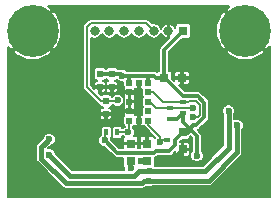
<source format=gbl>
G04 #@! TF.FileFunction,Copper,L2,Bot,Signal*
%FSLAX46Y46*%
G04 Gerber Fmt 4.6, Leading zero omitted, Abs format (unit mm)*
G04 Created by KiCad (PCBNEW 4.0.1-stable) date 2016 September 01, Thursday 02:04:04*
%MOMM*%
G01*
G04 APERTURE LIST*
%ADD10C,0.100000*%
%ADD11R,0.750000X0.800000*%
%ADD12C,4.400000*%
%ADD13R,0.500000X0.600000*%
%ADD14R,0.800000X0.750000*%
%ADD15R,0.797560X0.797560*%
%ADD16R,0.600000X0.400000*%
%ADD17R,0.400000X0.600000*%
%ADD18R,0.800000X0.800000*%
%ADD19O,0.800000X0.800000*%
%ADD20R,0.500000X0.500000*%
%ADD21C,0.600000*%
%ADD22C,0.300000*%
%ADD23C,0.400000*%
%ADD24C,0.160000*%
G04 APERTURE END LIST*
D10*
D11*
X53700000Y-52550000D03*
X53700000Y-54050000D03*
D12*
X59000000Y-44000000D03*
X41000000Y-44000000D03*
D13*
X47700000Y-47650000D03*
X47700000Y-48750000D03*
X47200000Y-49950000D03*
X47200000Y-51050000D03*
X46700000Y-47650000D03*
X46700000Y-48750000D03*
D14*
X52150000Y-48000000D03*
X53650000Y-48000000D03*
D15*
X49300000Y-55049300D03*
X49300000Y-53550700D03*
X50700000Y-55049300D03*
X50700000Y-53550700D03*
D16*
X52400000Y-54150000D03*
X52400000Y-53250000D03*
X53700000Y-50950000D03*
X53700000Y-50050000D03*
X52600000Y-51450000D03*
X52600000Y-50550000D03*
D17*
X47250000Y-52600000D03*
X48150000Y-52600000D03*
D18*
X53750000Y-44000000D03*
D19*
X52500000Y-44000000D03*
X51250000Y-44000000D03*
X50000000Y-44000000D03*
X48750000Y-44000000D03*
X47500000Y-44000000D03*
X46250000Y-44000000D03*
D20*
X49200000Y-48400000D03*
X49200000Y-49200000D03*
X49200000Y-50000000D03*
X49200000Y-51600000D03*
X49200000Y-50800000D03*
X50000000Y-51600000D03*
X50800000Y-48400000D03*
X50800000Y-49200000D03*
X50800000Y-50000000D03*
X50800000Y-50800000D03*
X50800000Y-51600000D03*
X50000000Y-48400000D03*
D21*
X48600000Y-47800000D03*
X47100000Y-53285000D03*
X54300000Y-52300000D03*
X54919989Y-54585286D03*
X46600000Y-55375000D03*
X50000000Y-50800000D03*
X50000000Y-49200000D03*
X59400000Y-52600000D03*
X40600000Y-52600000D03*
X44600000Y-51975000D03*
X55540010Y-53208126D03*
X53318842Y-54618842D03*
X48200000Y-49900000D03*
X57600000Y-50800000D03*
X50900000Y-55908082D03*
X42400000Y-54500000D03*
X58300000Y-52000000D03*
X50874998Y-56700000D03*
X42400000Y-53200000D03*
X49300000Y-55600000D03*
X50159157Y-55059157D03*
X51769989Y-53408833D03*
X54599979Y-51260001D03*
X54599979Y-50500000D03*
X49100000Y-52600000D03*
D22*
X52150000Y-48000000D02*
X52175000Y-48000000D01*
X52175000Y-48000000D02*
X53714999Y-49539999D01*
X54990736Y-49539999D02*
X55529990Y-50079252D01*
X54835800Y-52000001D02*
X54599999Y-52000001D01*
X53714999Y-49539999D02*
X54990736Y-49539999D01*
X55529990Y-50079252D02*
X55529990Y-51305811D01*
X55529990Y-51305811D02*
X54835800Y-52000001D01*
X54599999Y-52000001D02*
X54300000Y-52300000D01*
X52150000Y-48000000D02*
X52150000Y-45600000D01*
X52150000Y-45600000D02*
X53750000Y-44000000D01*
X52150000Y-48000000D02*
X51450000Y-48000000D01*
X51450000Y-48000000D02*
X51250000Y-47800000D01*
X51250000Y-47800000D02*
X50800000Y-47800000D01*
X54919989Y-54585286D02*
X54919989Y-52919989D01*
X54919989Y-52919989D02*
X54300000Y-52300000D01*
X52400000Y-54150000D02*
X51456262Y-54150000D01*
X51456262Y-54150000D02*
X51265743Y-54340519D01*
X51265743Y-54340519D02*
X48155519Y-54340519D01*
X53700000Y-52550000D02*
X53700000Y-52575000D01*
X53700000Y-52575000D02*
X53014999Y-53260001D01*
X52558002Y-54150000D02*
X52400000Y-54150000D01*
X53014999Y-53260001D02*
X53014999Y-53693003D01*
X53014999Y-53693003D02*
X52558002Y-54150000D01*
D23*
X53700000Y-52550000D02*
X54050000Y-52550000D01*
X54050000Y-52550000D02*
X54300000Y-52300000D01*
D24*
X47100000Y-53285000D02*
X47100000Y-52750000D01*
X47100000Y-52750000D02*
X47250000Y-52600000D01*
D22*
X53700000Y-50950000D02*
X53700000Y-51700000D01*
X53700000Y-51700000D02*
X54300000Y-52300000D01*
X52600000Y-51450000D02*
X53200000Y-51450000D01*
X53200000Y-51450000D02*
X53700000Y-50950000D01*
X50800000Y-48400000D02*
X50800000Y-47850000D01*
X50800000Y-47850000D02*
X50800000Y-47800000D01*
X49200000Y-47800000D02*
X50800000Y-47800000D01*
X48600000Y-47800000D02*
X49200000Y-47800000D01*
X49200000Y-48400000D02*
X49200000Y-47800000D01*
X47700000Y-47650000D02*
X48450000Y-47650000D01*
X48450000Y-47650000D02*
X48600000Y-47800000D01*
X46700000Y-47650000D02*
X47700000Y-47650000D01*
X48155519Y-54340519D02*
X47100000Y-53285000D01*
D24*
X48800000Y-49200000D02*
X48740001Y-49259999D01*
X48740001Y-49259999D02*
X48740001Y-50750001D01*
X48740001Y-50750001D02*
X48790000Y-50800000D01*
X48790000Y-50800000D02*
X49200000Y-50800000D01*
D22*
X48800000Y-49200000D02*
X48650000Y-49200000D01*
X49200000Y-49200000D02*
X48800000Y-49200000D01*
D23*
X49200000Y-50800000D02*
X50000000Y-50800000D01*
X49200000Y-49200000D02*
X50000000Y-49200000D01*
X55540010Y-53208126D02*
X55840009Y-53508125D01*
X53945287Y-55245287D02*
X53318842Y-54618842D01*
X55840009Y-53508125D02*
X55840009Y-54642068D01*
X55840009Y-54642068D02*
X55236790Y-55245287D01*
X55236790Y-55245287D02*
X53945287Y-55245287D01*
D22*
X53318842Y-54618842D02*
X53318842Y-54431158D01*
X53318842Y-54431158D02*
X53700000Y-54050000D01*
D24*
X53387684Y-54550000D02*
X53318842Y-54618842D01*
X49300000Y-53550700D02*
X50700000Y-53550700D01*
X47200000Y-51050000D02*
X47200000Y-51510000D01*
X47200000Y-51510000D02*
X47709999Y-52019999D01*
X47709999Y-52019999D02*
X47709999Y-53092001D01*
X47709999Y-53092001D02*
X48168698Y-53550700D01*
X48168698Y-53550700D02*
X48741220Y-53550700D01*
X48741220Y-53550700D02*
X49300000Y-53550700D01*
D22*
X48000000Y-48750000D02*
X47700000Y-48750000D01*
X48650000Y-49200000D02*
X48200000Y-48750000D01*
X48200000Y-48750000D02*
X48000000Y-48750000D01*
X46700000Y-48750000D02*
X47700000Y-48750000D01*
D24*
X50000000Y-48400000D02*
X50000000Y-48810000D01*
X49200000Y-49200000D02*
X49200000Y-50000000D01*
X50000000Y-48810000D02*
X49610000Y-49200000D01*
X49200000Y-50000000D02*
X49200000Y-50800000D01*
X49200000Y-50800000D02*
X49610000Y-50800000D01*
X49610000Y-50800000D02*
X50000000Y-51190000D01*
X49610000Y-49200000D02*
X49200000Y-49200000D01*
X50000000Y-51190000D02*
X50000000Y-51600000D01*
X47200000Y-49950000D02*
X48150000Y-49950000D01*
X48150000Y-49950000D02*
X48200000Y-49900000D01*
X47200000Y-49950000D02*
X46790000Y-49950000D01*
X46790000Y-49950000D02*
X45609999Y-48769999D01*
X45609999Y-48769999D02*
X45609999Y-43692799D01*
X45609999Y-43692799D02*
X45942799Y-43359999D01*
X45942799Y-43359999D02*
X50609999Y-43359999D01*
X50609999Y-43359999D02*
X50850001Y-43600001D01*
X50850001Y-43600001D02*
X51250000Y-44000000D01*
D23*
X57600000Y-50800000D02*
X57600000Y-53900000D01*
X57600000Y-53900000D02*
X55591918Y-55908082D01*
X50900000Y-55908082D02*
X55591918Y-55908082D01*
X42400000Y-54500000D02*
X44160001Y-56260001D01*
X44160001Y-56260001D02*
X49616801Y-56260001D01*
X49616801Y-56260001D02*
X49968720Y-55908082D01*
X50475736Y-55908082D02*
X50900000Y-55908082D01*
X49968720Y-55908082D02*
X50475736Y-55908082D01*
X43823198Y-56900000D02*
X50250734Y-56900000D01*
X50250734Y-56900000D02*
X50450734Y-56700000D01*
X50450734Y-56700000D02*
X50874998Y-56700000D01*
X42400000Y-53200000D02*
X41739999Y-53860001D01*
X41739999Y-54816801D02*
X43823198Y-56900000D01*
X42100001Y-53499999D02*
X42400000Y-53200000D01*
X41739999Y-54816801D02*
X41739999Y-53860001D01*
X41739999Y-53860001D02*
X42100001Y-53499999D01*
X50874998Y-56700000D02*
X55900000Y-56700000D01*
X58300000Y-52000000D02*
X58300000Y-54300000D01*
X58300000Y-54300000D02*
X55900000Y-56700000D01*
D24*
X49300000Y-55600000D02*
X49300000Y-55049300D01*
X50700000Y-55049300D02*
X50169014Y-55049300D01*
X50169014Y-55049300D02*
X50159157Y-55059157D01*
X51769989Y-53408833D02*
X51769989Y-52979989D01*
X51769989Y-52979989D02*
X50800000Y-52010000D01*
X50800000Y-52010000D02*
X50800000Y-51600000D01*
X52400000Y-53250000D02*
X51928822Y-53250000D01*
X51928822Y-53250000D02*
X51769989Y-53408833D01*
X54859180Y-49959999D02*
X54250001Y-49959999D01*
X54160000Y-50050000D02*
X53700000Y-50050000D01*
X54250001Y-49959999D02*
X54160000Y-50050000D01*
X52060000Y-50050000D02*
X53700000Y-50050000D01*
X54859180Y-49959999D02*
X55139980Y-50240799D01*
X52060000Y-50050000D02*
X51210000Y-49200000D01*
X51210000Y-49200000D02*
X50800000Y-49200000D01*
X55139980Y-50240799D02*
X55139980Y-51144264D01*
X55139980Y-51144264D02*
X55024243Y-51260001D01*
X55024243Y-51260001D02*
X54599979Y-51260001D01*
X52600000Y-50550000D02*
X53060000Y-50550000D01*
X53060000Y-50550000D02*
X53110000Y-50500000D01*
X53110000Y-50500000D02*
X54175715Y-50500000D01*
X54175715Y-50500000D02*
X54599979Y-50500000D01*
X52600000Y-50550000D02*
X51482002Y-50550000D01*
X51482002Y-50550000D02*
X50932002Y-50000000D01*
X50932002Y-50000000D02*
X50800000Y-50000000D01*
X48150000Y-52600000D02*
X49100000Y-52600000D01*
X49200000Y-51600000D02*
X49200000Y-52500000D01*
X49200000Y-52500000D02*
X49100000Y-52600000D01*
G36*
X57640957Y-41916215D02*
X57594917Y-41946978D01*
X57333496Y-42234501D01*
X59000000Y-43901005D01*
X59014142Y-43886863D01*
X59113137Y-43985858D01*
X59098995Y-44000000D01*
X60765499Y-45666504D01*
X61053022Y-45405083D01*
X61090000Y-45318547D01*
X61090000Y-58090000D01*
X38910000Y-58090000D01*
X38910000Y-53860001D01*
X41279999Y-53860001D01*
X41279999Y-54816801D01*
X41315014Y-54992836D01*
X41414730Y-55142070D01*
X43497929Y-57225269D01*
X43647164Y-57324985D01*
X43823198Y-57360000D01*
X50250734Y-57360000D01*
X50426769Y-57324985D01*
X50576003Y-57225269D01*
X50606431Y-57194841D01*
X50763118Y-57259903D01*
X50985900Y-57260097D01*
X51191798Y-57175022D01*
X51206846Y-57160000D01*
X55900000Y-57160000D01*
X56076035Y-57124985D01*
X56225269Y-57025269D01*
X58625269Y-54625269D01*
X58724985Y-54476035D01*
X58760000Y-54300000D01*
X58760000Y-52332072D01*
X58774468Y-52317629D01*
X58859903Y-52111880D01*
X58860097Y-51889098D01*
X58775022Y-51683200D01*
X58617629Y-51525532D01*
X58411880Y-51440097D01*
X58189098Y-51439903D01*
X58060000Y-51493245D01*
X58060000Y-51132072D01*
X58074468Y-51117629D01*
X58159903Y-50911880D01*
X58160097Y-50689098D01*
X58075022Y-50483200D01*
X57917629Y-50325532D01*
X57711880Y-50240097D01*
X57489098Y-50239903D01*
X57283200Y-50324978D01*
X57125532Y-50482371D01*
X57040097Y-50688120D01*
X57039903Y-50910902D01*
X57124978Y-51116800D01*
X57140000Y-51131848D01*
X57140000Y-53709462D01*
X55401380Y-55448082D01*
X51363873Y-55448082D01*
X51363873Y-54731000D01*
X51422644Y-54719310D01*
X51555657Y-54630433D01*
X51626090Y-54560000D01*
X51946800Y-54560000D01*
X51996864Y-54594207D01*
X52100000Y-54615093D01*
X52700000Y-54615093D01*
X52796350Y-54596964D01*
X52884842Y-54540021D01*
X52944207Y-54453136D01*
X52965093Y-54350000D01*
X52965093Y-54322737D01*
X53085000Y-54202830D01*
X53085000Y-54497739D01*
X53121538Y-54585949D01*
X53189051Y-54653462D01*
X53277261Y-54690000D01*
X53570000Y-54690000D01*
X53630000Y-54630000D01*
X53630000Y-54120000D01*
X53770000Y-54120000D01*
X53770000Y-54630000D01*
X53830000Y-54690000D01*
X54122739Y-54690000D01*
X54210949Y-54653462D01*
X54278462Y-54585949D01*
X54315000Y-54497739D01*
X54315000Y-54180000D01*
X54255000Y-54120000D01*
X53770000Y-54120000D01*
X53630000Y-54120000D01*
X53610000Y-54120000D01*
X53610000Y-53980000D01*
X53630000Y-53980000D01*
X53630000Y-53470000D01*
X53770000Y-53470000D01*
X53770000Y-53980000D01*
X54255000Y-53980000D01*
X54315000Y-53920000D01*
X54315000Y-53602261D01*
X54278462Y-53514051D01*
X54210949Y-53446538D01*
X54122739Y-53410000D01*
X53830000Y-53410000D01*
X53770000Y-53470000D01*
X53630000Y-53470000D01*
X53570000Y-53410000D01*
X53444828Y-53410000D01*
X53639735Y-53215093D01*
X54075000Y-53215093D01*
X54171350Y-53196964D01*
X54259842Y-53140021D01*
X54319207Y-53053136D01*
X54340093Y-52950000D01*
X54340093Y-52919921D01*
X54509989Y-53089817D01*
X54509989Y-54203301D01*
X54445521Y-54267657D01*
X54360086Y-54473406D01*
X54359892Y-54696188D01*
X54444967Y-54902086D01*
X54602360Y-55059754D01*
X54808109Y-55145189D01*
X55030891Y-55145383D01*
X55236789Y-55060308D01*
X55394457Y-54902915D01*
X55479892Y-54697166D01*
X55480086Y-54474384D01*
X55395011Y-54268486D01*
X55329989Y-54203350D01*
X55329989Y-52919989D01*
X55322506Y-52882371D01*
X55298780Y-52763088D01*
X55209903Y-52630075D01*
X54964274Y-52384446D01*
X54992701Y-52378792D01*
X55125714Y-52289915D01*
X55819904Y-51595725D01*
X55908781Y-51462712D01*
X55939990Y-51305811D01*
X55939990Y-50079257D01*
X55939991Y-50079252D01*
X55908781Y-49922351D01*
X55819904Y-49789338D01*
X55280650Y-49250085D01*
X55147636Y-49161208D01*
X54990736Y-49129999D01*
X53884826Y-49129999D01*
X53369827Y-48615000D01*
X53520000Y-48615000D01*
X53580000Y-48555000D01*
X53580000Y-48070000D01*
X53720000Y-48070000D01*
X53720000Y-48555000D01*
X53780000Y-48615000D01*
X54097739Y-48615000D01*
X54185949Y-48578462D01*
X54253462Y-48510949D01*
X54290000Y-48422739D01*
X54290000Y-48130000D01*
X54230000Y-48070000D01*
X53720000Y-48070000D01*
X53580000Y-48070000D01*
X53070000Y-48070000D01*
X53010000Y-48130000D01*
X53010000Y-48255172D01*
X52815093Y-48060265D01*
X52815093Y-47625000D01*
X52806111Y-47577261D01*
X53010000Y-47577261D01*
X53010000Y-47870000D01*
X53070000Y-47930000D01*
X53580000Y-47930000D01*
X53580000Y-47445000D01*
X53720000Y-47445000D01*
X53720000Y-47930000D01*
X54230000Y-47930000D01*
X54290000Y-47870000D01*
X54290000Y-47577261D01*
X54253462Y-47489051D01*
X54185949Y-47421538D01*
X54097739Y-47385000D01*
X53780000Y-47385000D01*
X53720000Y-47445000D01*
X53580000Y-47445000D01*
X53520000Y-47385000D01*
X53202261Y-47385000D01*
X53114051Y-47421538D01*
X53046538Y-47489051D01*
X53010000Y-47577261D01*
X52806111Y-47577261D01*
X52796964Y-47528650D01*
X52740021Y-47440158D01*
X52653136Y-47380793D01*
X52560000Y-47361932D01*
X52560000Y-45769828D01*
X52564329Y-45765499D01*
X57333496Y-45765499D01*
X57594917Y-46053022D01*
X58487530Y-46434447D01*
X59458162Y-46445249D01*
X60359043Y-46083785D01*
X60405083Y-46053022D01*
X60666504Y-45765499D01*
X59000000Y-44098995D01*
X57333496Y-45765499D01*
X52564329Y-45765499D01*
X53664735Y-44665093D01*
X54150000Y-44665093D01*
X54246350Y-44646964D01*
X54334842Y-44590021D01*
X54394207Y-44503136D01*
X54403314Y-44458162D01*
X56554751Y-44458162D01*
X56916215Y-45359043D01*
X56946978Y-45405083D01*
X57234501Y-45666504D01*
X58901005Y-44000000D01*
X57234501Y-42333496D01*
X56946978Y-42594917D01*
X56565553Y-43487530D01*
X56554751Y-44458162D01*
X54403314Y-44458162D01*
X54415093Y-44400000D01*
X54415093Y-43600000D01*
X54396964Y-43503650D01*
X54340021Y-43415158D01*
X54253136Y-43355793D01*
X54150000Y-43334907D01*
X53350000Y-43334907D01*
X53253650Y-43353036D01*
X53165158Y-43409979D01*
X53105793Y-43496864D01*
X53084907Y-43600000D01*
X53084907Y-43752937D01*
X53055820Y-43682699D01*
X52892085Y-43494149D01*
X52668658Y-43382610D01*
X52570000Y-43423827D01*
X52570000Y-43930000D01*
X52590000Y-43930000D01*
X52590000Y-44070000D01*
X52570000Y-44070000D01*
X52570000Y-44576173D01*
X52586927Y-44583245D01*
X51860086Y-45310086D01*
X51771209Y-45443099D01*
X51771209Y-45443100D01*
X51740000Y-45600000D01*
X51740000Y-47361789D01*
X51653650Y-47378036D01*
X51565158Y-47434979D01*
X51522013Y-47498125D01*
X51406901Y-47421209D01*
X51250000Y-47390000D01*
X48981985Y-47390000D01*
X48917629Y-47325532D01*
X48711880Y-47240097D01*
X48489098Y-47239903D01*
X48476234Y-47245218D01*
X48450000Y-47240000D01*
X48188180Y-47240000D01*
X48140021Y-47165158D01*
X48053136Y-47105793D01*
X47950000Y-47084907D01*
X47450000Y-47084907D01*
X47353650Y-47103036D01*
X47265158Y-47159979D01*
X47210483Y-47240000D01*
X47188180Y-47240000D01*
X47140021Y-47165158D01*
X47053136Y-47105793D01*
X46950000Y-47084907D01*
X46450000Y-47084907D01*
X46353650Y-47103036D01*
X46265158Y-47159979D01*
X46205793Y-47246864D01*
X46184907Y-47350000D01*
X46184907Y-47950000D01*
X46203036Y-48046350D01*
X46259979Y-48134842D01*
X46346864Y-48194207D01*
X46424851Y-48210000D01*
X46402261Y-48210000D01*
X46314051Y-48246538D01*
X46246538Y-48314051D01*
X46210000Y-48402261D01*
X46210000Y-48620000D01*
X46270000Y-48680000D01*
X46630000Y-48680000D01*
X46630000Y-48660000D01*
X46770000Y-48660000D01*
X46770000Y-48680000D01*
X47130000Y-48680000D01*
X47190000Y-48620000D01*
X47190000Y-48402261D01*
X47153462Y-48314051D01*
X47085949Y-48246538D01*
X46997739Y-48210000D01*
X46977068Y-48210000D01*
X47046350Y-48196964D01*
X47134842Y-48140021D01*
X47189517Y-48060000D01*
X47211820Y-48060000D01*
X47259979Y-48134842D01*
X47346864Y-48194207D01*
X47424851Y-48210000D01*
X47402261Y-48210000D01*
X47314051Y-48246538D01*
X47246538Y-48314051D01*
X47210000Y-48402261D01*
X47210000Y-48620000D01*
X47270000Y-48680000D01*
X47630000Y-48680000D01*
X47630000Y-48660000D01*
X47770000Y-48660000D01*
X47770000Y-48680000D01*
X48130000Y-48680000D01*
X48190000Y-48620000D01*
X48190000Y-48402261D01*
X48153462Y-48314051D01*
X48085949Y-48246538D01*
X47997739Y-48210000D01*
X47977068Y-48210000D01*
X48046350Y-48196964D01*
X48134842Y-48140021D01*
X48140253Y-48132102D01*
X48282371Y-48274468D01*
X48488120Y-48359903D01*
X48684907Y-48360074D01*
X48684907Y-48650000D01*
X48703036Y-48746350D01*
X48746576Y-48814013D01*
X48746538Y-48814051D01*
X48710000Y-48902261D01*
X48710000Y-49070000D01*
X48770000Y-49130000D01*
X49130000Y-49130000D01*
X49130000Y-49110000D01*
X49270000Y-49110000D01*
X49270000Y-49130000D01*
X49630000Y-49130000D01*
X49690000Y-49070000D01*
X49690000Y-48902261D01*
X49681330Y-48881330D01*
X49702261Y-48890000D01*
X49870000Y-48890000D01*
X49930000Y-48830000D01*
X49930000Y-48470000D01*
X49910000Y-48470000D01*
X49910000Y-48330000D01*
X49930000Y-48330000D01*
X49930000Y-48310000D01*
X50070000Y-48310000D01*
X50070000Y-48330000D01*
X50090000Y-48330000D01*
X50090000Y-48470000D01*
X50070000Y-48470000D01*
X50070000Y-48830000D01*
X50130000Y-48890000D01*
X50297058Y-48890000D01*
X50284907Y-48950000D01*
X50284907Y-49450000D01*
X50303036Y-49546350D01*
X50337682Y-49600192D01*
X50305793Y-49646864D01*
X50284907Y-49750000D01*
X50284907Y-50250000D01*
X50303036Y-50346350D01*
X50337682Y-50400192D01*
X50305793Y-50446864D01*
X50284907Y-50550000D01*
X50284907Y-51050000D01*
X50296196Y-51110000D01*
X50130000Y-51110000D01*
X50070000Y-51170000D01*
X50070000Y-51530000D01*
X50090000Y-51530000D01*
X50090000Y-51670000D01*
X50070000Y-51670000D01*
X50070000Y-52030000D01*
X50130000Y-52090000D01*
X50297739Y-52090000D01*
X50385949Y-52053462D01*
X50386469Y-52052942D01*
X50446864Y-52094207D01*
X50478004Y-52100513D01*
X50485881Y-52140113D01*
X50559584Y-52250416D01*
X51347992Y-53038825D01*
X51322322Y-53064449D01*
X51302242Y-53015971D01*
X51234729Y-52948458D01*
X51146519Y-52911920D01*
X50830000Y-52911920D01*
X50770000Y-52971920D01*
X50770000Y-53480700D01*
X50790000Y-53480700D01*
X50790000Y-53620700D01*
X50770000Y-53620700D01*
X50770000Y-53640700D01*
X50630000Y-53640700D01*
X50630000Y-53620700D01*
X50121220Y-53620700D01*
X50061220Y-53680700D01*
X50061220Y-53930519D01*
X49938780Y-53930519D01*
X49938780Y-53680700D01*
X49878780Y-53620700D01*
X49370000Y-53620700D01*
X49370000Y-53640700D01*
X49230000Y-53640700D01*
X49230000Y-53620700D01*
X48721220Y-53620700D01*
X48661220Y-53680700D01*
X48661220Y-53930519D01*
X48325347Y-53930519D01*
X47660018Y-53265190D01*
X47660097Y-53174098D01*
X47627349Y-53094842D01*
X47634842Y-53090021D01*
X47694207Y-53003136D01*
X47699446Y-52977268D01*
X47703036Y-52996350D01*
X47759979Y-53084842D01*
X47846864Y-53144207D01*
X47950000Y-53165093D01*
X48350000Y-53165093D01*
X48446350Y-53146964D01*
X48534842Y-53090021D01*
X48594207Y-53003136D01*
X48606993Y-52940000D01*
X48648138Y-52940000D01*
X48710878Y-53002851D01*
X48697758Y-53015971D01*
X48661220Y-53104181D01*
X48661220Y-53420700D01*
X48721220Y-53480700D01*
X49230000Y-53480700D01*
X49230000Y-53460700D01*
X49370000Y-53460700D01*
X49370000Y-53480700D01*
X49878780Y-53480700D01*
X49938780Y-53420700D01*
X49938780Y-53104181D01*
X50061220Y-53104181D01*
X50061220Y-53420700D01*
X50121220Y-53480700D01*
X50630000Y-53480700D01*
X50630000Y-52971920D01*
X50570000Y-52911920D01*
X50253481Y-52911920D01*
X50165271Y-52948458D01*
X50097758Y-53015971D01*
X50061220Y-53104181D01*
X49938780Y-53104181D01*
X49902242Y-53015971D01*
X49834729Y-52948458D01*
X49746519Y-52911920D01*
X49576839Y-52911920D01*
X49659903Y-52711880D01*
X49660097Y-52489098D01*
X49575022Y-52283200D01*
X49540000Y-52248117D01*
X49540000Y-52098159D01*
X49546350Y-52096964D01*
X49614013Y-52053424D01*
X49614051Y-52053462D01*
X49702261Y-52090000D01*
X49870000Y-52090000D01*
X49930000Y-52030000D01*
X49930000Y-51670000D01*
X49910000Y-51670000D01*
X49910000Y-51530000D01*
X49930000Y-51530000D01*
X49930000Y-51170000D01*
X49870000Y-51110000D01*
X49702261Y-51110000D01*
X49681330Y-51118670D01*
X49690000Y-51097739D01*
X49690000Y-50930000D01*
X49630000Y-50870000D01*
X49270000Y-50870000D01*
X49270000Y-50890000D01*
X49130000Y-50890000D01*
X49130000Y-50870000D01*
X48770000Y-50870000D01*
X48710000Y-50930000D01*
X48710000Y-51097739D01*
X48746538Y-51185949D01*
X48747058Y-51186469D01*
X48705793Y-51246864D01*
X48684907Y-51350000D01*
X48684907Y-51850000D01*
X48703036Y-51946350D01*
X48759979Y-52034842D01*
X48846864Y-52094207D01*
X48854117Y-52095676D01*
X48783200Y-52124978D01*
X48647942Y-52260000D01*
X48607567Y-52260000D01*
X48596964Y-52203650D01*
X48540021Y-52115158D01*
X48453136Y-52055793D01*
X48350000Y-52034907D01*
X47950000Y-52034907D01*
X47853650Y-52053036D01*
X47765158Y-52109979D01*
X47705793Y-52196864D01*
X47700554Y-52222732D01*
X47696964Y-52203650D01*
X47640021Y-52115158D01*
X47553136Y-52055793D01*
X47450000Y-52034907D01*
X47050000Y-52034907D01*
X46953650Y-52053036D01*
X46865158Y-52109979D01*
X46805793Y-52196864D01*
X46784907Y-52300000D01*
X46784907Y-52624784D01*
X46764867Y-52725532D01*
X46760000Y-52750000D01*
X46760000Y-52833138D01*
X46625532Y-52967371D01*
X46540097Y-53173120D01*
X46539903Y-53395902D01*
X46624978Y-53601800D01*
X46782371Y-53759468D01*
X46988120Y-53844903D01*
X47080155Y-53844983D01*
X47865605Y-54630433D01*
X47998618Y-54719310D01*
X48155519Y-54750519D01*
X48636127Y-54750519D01*
X48636127Y-55448080D01*
X48654256Y-55544430D01*
X48711199Y-55632922D01*
X48739954Y-55652569D01*
X48739903Y-55710902D01*
X48776718Y-55800001D01*
X44350539Y-55800001D01*
X42960079Y-54409541D01*
X42960097Y-54389098D01*
X42875022Y-54183200D01*
X42717629Y-54025532D01*
X42511880Y-53940097D01*
X42310616Y-53939922D01*
X42490459Y-53760079D01*
X42510902Y-53760097D01*
X42716800Y-53675022D01*
X42874468Y-53517629D01*
X42959903Y-53311880D01*
X42960097Y-53089098D01*
X42875022Y-52883200D01*
X42717629Y-52725532D01*
X42511880Y-52640097D01*
X42289098Y-52639903D01*
X42083200Y-52724978D01*
X41925532Y-52882371D01*
X41840097Y-53088120D01*
X41840078Y-53109384D01*
X41414730Y-53534732D01*
X41315014Y-53683966D01*
X41299894Y-53759979D01*
X41279999Y-53860001D01*
X38910000Y-53860001D01*
X38910000Y-51180000D01*
X46710000Y-51180000D01*
X46710000Y-51397739D01*
X46746538Y-51485949D01*
X46814051Y-51553462D01*
X46902261Y-51590000D01*
X47070000Y-51590000D01*
X47130000Y-51530000D01*
X47130000Y-51120000D01*
X47270000Y-51120000D01*
X47270000Y-51530000D01*
X47330000Y-51590000D01*
X47497739Y-51590000D01*
X47585949Y-51553462D01*
X47653462Y-51485949D01*
X47690000Y-51397739D01*
X47690000Y-51180000D01*
X47630000Y-51120000D01*
X47270000Y-51120000D01*
X47130000Y-51120000D01*
X46770000Y-51120000D01*
X46710000Y-51180000D01*
X38910000Y-51180000D01*
X38910000Y-45765499D01*
X39333496Y-45765499D01*
X39594917Y-46053022D01*
X40487530Y-46434447D01*
X41458162Y-46445249D01*
X42359043Y-46083785D01*
X42405083Y-46053022D01*
X42666504Y-45765499D01*
X41000000Y-44098995D01*
X39333496Y-45765499D01*
X38910000Y-45765499D01*
X38910000Y-45343553D01*
X38916215Y-45359043D01*
X38946978Y-45405083D01*
X39234501Y-45666504D01*
X40901005Y-44000000D01*
X41098995Y-44000000D01*
X42765499Y-45666504D01*
X43053022Y-45405083D01*
X43434447Y-44512470D01*
X43443568Y-43692799D01*
X45269999Y-43692799D01*
X45269999Y-48769999D01*
X45295880Y-48900112D01*
X45369583Y-49010415D01*
X46549583Y-50190416D01*
X46578893Y-50210000D01*
X46659888Y-50264119D01*
X46688640Y-50269838D01*
X46703036Y-50346350D01*
X46759979Y-50434842D01*
X46846864Y-50494207D01*
X46924851Y-50510000D01*
X46902261Y-50510000D01*
X46814051Y-50546538D01*
X46746538Y-50614051D01*
X46710000Y-50702261D01*
X46710000Y-50920000D01*
X46770000Y-50980000D01*
X47130000Y-50980000D01*
X47130000Y-50960000D01*
X47270000Y-50960000D01*
X47270000Y-50980000D01*
X47630000Y-50980000D01*
X47690000Y-50920000D01*
X47690000Y-50702261D01*
X47653462Y-50614051D01*
X47585949Y-50546538D01*
X47497739Y-50510000D01*
X47477068Y-50510000D01*
X47546350Y-50496964D01*
X47634842Y-50440021D01*
X47694207Y-50353136D01*
X47706993Y-50290000D01*
X47798050Y-50290000D01*
X47882371Y-50374468D01*
X48088120Y-50459903D01*
X48310902Y-50460097D01*
X48516800Y-50375022D01*
X48674468Y-50217629D01*
X48710000Y-50132059D01*
X48710000Y-50297739D01*
X48746538Y-50385949D01*
X48760589Y-50400000D01*
X48746538Y-50414051D01*
X48710000Y-50502261D01*
X48710000Y-50670000D01*
X48770000Y-50730000D01*
X49130000Y-50730000D01*
X49130000Y-50070000D01*
X49270000Y-50070000D01*
X49270000Y-50730000D01*
X49630000Y-50730000D01*
X49690000Y-50670000D01*
X49690000Y-50502261D01*
X49653462Y-50414051D01*
X49639411Y-50400000D01*
X49653462Y-50385949D01*
X49690000Y-50297739D01*
X49690000Y-50130000D01*
X49630000Y-50070000D01*
X49270000Y-50070000D01*
X49130000Y-50070000D01*
X49110000Y-50070000D01*
X49110000Y-49930000D01*
X49130000Y-49930000D01*
X49130000Y-49270000D01*
X49270000Y-49270000D01*
X49270000Y-49930000D01*
X49630000Y-49930000D01*
X49690000Y-49870000D01*
X49690000Y-49702261D01*
X49653462Y-49614051D01*
X49639411Y-49600000D01*
X49653462Y-49585949D01*
X49690000Y-49497739D01*
X49690000Y-49330000D01*
X49630000Y-49270000D01*
X49270000Y-49270000D01*
X49130000Y-49270000D01*
X48770000Y-49270000D01*
X48710000Y-49330000D01*
X48710000Y-49497739D01*
X48746538Y-49585949D01*
X48760589Y-49600000D01*
X48746538Y-49614051D01*
X48717117Y-49685079D01*
X48675022Y-49583200D01*
X48517629Y-49425532D01*
X48311880Y-49340097D01*
X48089098Y-49339903D01*
X47883200Y-49424978D01*
X47725532Y-49582371D01*
X47714059Y-49610000D01*
X47707567Y-49610000D01*
X47696964Y-49553650D01*
X47640021Y-49465158D01*
X47553136Y-49405793D01*
X47450000Y-49384907D01*
X46950000Y-49384907D01*
X46853650Y-49403036D01*
X46774683Y-49453850D01*
X46590416Y-49269584D01*
X46630000Y-49230000D01*
X46630000Y-48820000D01*
X46770000Y-48820000D01*
X46770000Y-49230000D01*
X46830000Y-49290000D01*
X46997739Y-49290000D01*
X47085949Y-49253462D01*
X47153462Y-49185949D01*
X47190000Y-49097739D01*
X47190000Y-48880000D01*
X47210000Y-48880000D01*
X47210000Y-49097739D01*
X47246538Y-49185949D01*
X47314051Y-49253462D01*
X47402261Y-49290000D01*
X47570000Y-49290000D01*
X47630000Y-49230000D01*
X47630000Y-48820000D01*
X47770000Y-48820000D01*
X47770000Y-49230000D01*
X47830000Y-49290000D01*
X47997739Y-49290000D01*
X48085949Y-49253462D01*
X48153462Y-49185949D01*
X48190000Y-49097739D01*
X48190000Y-48880000D01*
X48130000Y-48820000D01*
X47770000Y-48820000D01*
X47630000Y-48820000D01*
X47270000Y-48820000D01*
X47210000Y-48880000D01*
X47190000Y-48880000D01*
X47130000Y-48820000D01*
X46770000Y-48820000D01*
X46630000Y-48820000D01*
X46270000Y-48820000D01*
X46210000Y-48880000D01*
X46210000Y-48889168D01*
X45949999Y-48629167D01*
X45949999Y-44586708D01*
X45984499Y-44609760D01*
X46237070Y-44660000D01*
X46262930Y-44660000D01*
X46515501Y-44609760D01*
X46729620Y-44466690D01*
X46872690Y-44252571D01*
X46875000Y-44240958D01*
X46877310Y-44252571D01*
X47020380Y-44466690D01*
X47234499Y-44609760D01*
X47487070Y-44660000D01*
X47512930Y-44660000D01*
X47765501Y-44609760D01*
X47979620Y-44466690D01*
X48122690Y-44252571D01*
X48125000Y-44240958D01*
X48127310Y-44252571D01*
X48270380Y-44466690D01*
X48484499Y-44609760D01*
X48737070Y-44660000D01*
X48762930Y-44660000D01*
X49015501Y-44609760D01*
X49229620Y-44466690D01*
X49372690Y-44252571D01*
X49375000Y-44240958D01*
X49377310Y-44252571D01*
X49520380Y-44466690D01*
X49734499Y-44609760D01*
X49987070Y-44660000D01*
X50012930Y-44660000D01*
X50265501Y-44609760D01*
X50479620Y-44466690D01*
X50622690Y-44252571D01*
X50625000Y-44240958D01*
X50627310Y-44252571D01*
X50770380Y-44466690D01*
X50984499Y-44609760D01*
X51237070Y-44660000D01*
X51262930Y-44660000D01*
X51515501Y-44609760D01*
X51729620Y-44466690D01*
X51872690Y-44252571D01*
X51887189Y-44179681D01*
X51944180Y-44317301D01*
X52107915Y-44505851D01*
X52331342Y-44617390D01*
X52430000Y-44576173D01*
X52430000Y-44070000D01*
X52410000Y-44070000D01*
X52410000Y-43930000D01*
X52430000Y-43930000D01*
X52430000Y-43423827D01*
X52331342Y-43382610D01*
X52107915Y-43494149D01*
X51944180Y-43682699D01*
X51887189Y-43820319D01*
X51872690Y-43747429D01*
X51729620Y-43533310D01*
X51515501Y-43390240D01*
X51262930Y-43340000D01*
X51237070Y-43340000D01*
X51098413Y-43367581D01*
X50850415Y-43119583D01*
X50740112Y-43045880D01*
X50609999Y-43019999D01*
X45942799Y-43019999D01*
X45834273Y-43041586D01*
X45812686Y-43045880D01*
X45702383Y-43119583D01*
X45369583Y-43452383D01*
X45295880Y-43562686D01*
X45295880Y-43562687D01*
X45269999Y-43692799D01*
X43443568Y-43692799D01*
X43445249Y-43541838D01*
X43083785Y-42640957D01*
X43053022Y-42594917D01*
X42765499Y-42333496D01*
X41098995Y-44000000D01*
X40901005Y-44000000D01*
X40886863Y-43985858D01*
X40985858Y-43886863D01*
X41000000Y-43901005D01*
X42666504Y-42234501D01*
X42405083Y-41946978D01*
X42318547Y-41910000D01*
X57656447Y-41910000D01*
X57640957Y-41916215D01*
X57640957Y-41916215D01*
G37*
X57640957Y-41916215D02*
X57594917Y-41946978D01*
X57333496Y-42234501D01*
X59000000Y-43901005D01*
X59014142Y-43886863D01*
X59113137Y-43985858D01*
X59098995Y-44000000D01*
X60765499Y-45666504D01*
X61053022Y-45405083D01*
X61090000Y-45318547D01*
X61090000Y-58090000D01*
X38910000Y-58090000D01*
X38910000Y-53860001D01*
X41279999Y-53860001D01*
X41279999Y-54816801D01*
X41315014Y-54992836D01*
X41414730Y-55142070D01*
X43497929Y-57225269D01*
X43647164Y-57324985D01*
X43823198Y-57360000D01*
X50250734Y-57360000D01*
X50426769Y-57324985D01*
X50576003Y-57225269D01*
X50606431Y-57194841D01*
X50763118Y-57259903D01*
X50985900Y-57260097D01*
X51191798Y-57175022D01*
X51206846Y-57160000D01*
X55900000Y-57160000D01*
X56076035Y-57124985D01*
X56225269Y-57025269D01*
X58625269Y-54625269D01*
X58724985Y-54476035D01*
X58760000Y-54300000D01*
X58760000Y-52332072D01*
X58774468Y-52317629D01*
X58859903Y-52111880D01*
X58860097Y-51889098D01*
X58775022Y-51683200D01*
X58617629Y-51525532D01*
X58411880Y-51440097D01*
X58189098Y-51439903D01*
X58060000Y-51493245D01*
X58060000Y-51132072D01*
X58074468Y-51117629D01*
X58159903Y-50911880D01*
X58160097Y-50689098D01*
X58075022Y-50483200D01*
X57917629Y-50325532D01*
X57711880Y-50240097D01*
X57489098Y-50239903D01*
X57283200Y-50324978D01*
X57125532Y-50482371D01*
X57040097Y-50688120D01*
X57039903Y-50910902D01*
X57124978Y-51116800D01*
X57140000Y-51131848D01*
X57140000Y-53709462D01*
X55401380Y-55448082D01*
X51363873Y-55448082D01*
X51363873Y-54731000D01*
X51422644Y-54719310D01*
X51555657Y-54630433D01*
X51626090Y-54560000D01*
X51946800Y-54560000D01*
X51996864Y-54594207D01*
X52100000Y-54615093D01*
X52700000Y-54615093D01*
X52796350Y-54596964D01*
X52884842Y-54540021D01*
X52944207Y-54453136D01*
X52965093Y-54350000D01*
X52965093Y-54322737D01*
X53085000Y-54202830D01*
X53085000Y-54497739D01*
X53121538Y-54585949D01*
X53189051Y-54653462D01*
X53277261Y-54690000D01*
X53570000Y-54690000D01*
X53630000Y-54630000D01*
X53630000Y-54120000D01*
X53770000Y-54120000D01*
X53770000Y-54630000D01*
X53830000Y-54690000D01*
X54122739Y-54690000D01*
X54210949Y-54653462D01*
X54278462Y-54585949D01*
X54315000Y-54497739D01*
X54315000Y-54180000D01*
X54255000Y-54120000D01*
X53770000Y-54120000D01*
X53630000Y-54120000D01*
X53610000Y-54120000D01*
X53610000Y-53980000D01*
X53630000Y-53980000D01*
X53630000Y-53470000D01*
X53770000Y-53470000D01*
X53770000Y-53980000D01*
X54255000Y-53980000D01*
X54315000Y-53920000D01*
X54315000Y-53602261D01*
X54278462Y-53514051D01*
X54210949Y-53446538D01*
X54122739Y-53410000D01*
X53830000Y-53410000D01*
X53770000Y-53470000D01*
X53630000Y-53470000D01*
X53570000Y-53410000D01*
X53444828Y-53410000D01*
X53639735Y-53215093D01*
X54075000Y-53215093D01*
X54171350Y-53196964D01*
X54259842Y-53140021D01*
X54319207Y-53053136D01*
X54340093Y-52950000D01*
X54340093Y-52919921D01*
X54509989Y-53089817D01*
X54509989Y-54203301D01*
X54445521Y-54267657D01*
X54360086Y-54473406D01*
X54359892Y-54696188D01*
X54444967Y-54902086D01*
X54602360Y-55059754D01*
X54808109Y-55145189D01*
X55030891Y-55145383D01*
X55236789Y-55060308D01*
X55394457Y-54902915D01*
X55479892Y-54697166D01*
X55480086Y-54474384D01*
X55395011Y-54268486D01*
X55329989Y-54203350D01*
X55329989Y-52919989D01*
X55322506Y-52882371D01*
X55298780Y-52763088D01*
X55209903Y-52630075D01*
X54964274Y-52384446D01*
X54992701Y-52378792D01*
X55125714Y-52289915D01*
X55819904Y-51595725D01*
X55908781Y-51462712D01*
X55939990Y-51305811D01*
X55939990Y-50079257D01*
X55939991Y-50079252D01*
X55908781Y-49922351D01*
X55819904Y-49789338D01*
X55280650Y-49250085D01*
X55147636Y-49161208D01*
X54990736Y-49129999D01*
X53884826Y-49129999D01*
X53369827Y-48615000D01*
X53520000Y-48615000D01*
X53580000Y-48555000D01*
X53580000Y-48070000D01*
X53720000Y-48070000D01*
X53720000Y-48555000D01*
X53780000Y-48615000D01*
X54097739Y-48615000D01*
X54185949Y-48578462D01*
X54253462Y-48510949D01*
X54290000Y-48422739D01*
X54290000Y-48130000D01*
X54230000Y-48070000D01*
X53720000Y-48070000D01*
X53580000Y-48070000D01*
X53070000Y-48070000D01*
X53010000Y-48130000D01*
X53010000Y-48255172D01*
X52815093Y-48060265D01*
X52815093Y-47625000D01*
X52806111Y-47577261D01*
X53010000Y-47577261D01*
X53010000Y-47870000D01*
X53070000Y-47930000D01*
X53580000Y-47930000D01*
X53580000Y-47445000D01*
X53720000Y-47445000D01*
X53720000Y-47930000D01*
X54230000Y-47930000D01*
X54290000Y-47870000D01*
X54290000Y-47577261D01*
X54253462Y-47489051D01*
X54185949Y-47421538D01*
X54097739Y-47385000D01*
X53780000Y-47385000D01*
X53720000Y-47445000D01*
X53580000Y-47445000D01*
X53520000Y-47385000D01*
X53202261Y-47385000D01*
X53114051Y-47421538D01*
X53046538Y-47489051D01*
X53010000Y-47577261D01*
X52806111Y-47577261D01*
X52796964Y-47528650D01*
X52740021Y-47440158D01*
X52653136Y-47380793D01*
X52560000Y-47361932D01*
X52560000Y-45769828D01*
X52564329Y-45765499D01*
X57333496Y-45765499D01*
X57594917Y-46053022D01*
X58487530Y-46434447D01*
X59458162Y-46445249D01*
X60359043Y-46083785D01*
X60405083Y-46053022D01*
X60666504Y-45765499D01*
X59000000Y-44098995D01*
X57333496Y-45765499D01*
X52564329Y-45765499D01*
X53664735Y-44665093D01*
X54150000Y-44665093D01*
X54246350Y-44646964D01*
X54334842Y-44590021D01*
X54394207Y-44503136D01*
X54403314Y-44458162D01*
X56554751Y-44458162D01*
X56916215Y-45359043D01*
X56946978Y-45405083D01*
X57234501Y-45666504D01*
X58901005Y-44000000D01*
X57234501Y-42333496D01*
X56946978Y-42594917D01*
X56565553Y-43487530D01*
X56554751Y-44458162D01*
X54403314Y-44458162D01*
X54415093Y-44400000D01*
X54415093Y-43600000D01*
X54396964Y-43503650D01*
X54340021Y-43415158D01*
X54253136Y-43355793D01*
X54150000Y-43334907D01*
X53350000Y-43334907D01*
X53253650Y-43353036D01*
X53165158Y-43409979D01*
X53105793Y-43496864D01*
X53084907Y-43600000D01*
X53084907Y-43752937D01*
X53055820Y-43682699D01*
X52892085Y-43494149D01*
X52668658Y-43382610D01*
X52570000Y-43423827D01*
X52570000Y-43930000D01*
X52590000Y-43930000D01*
X52590000Y-44070000D01*
X52570000Y-44070000D01*
X52570000Y-44576173D01*
X52586927Y-44583245D01*
X51860086Y-45310086D01*
X51771209Y-45443099D01*
X51771209Y-45443100D01*
X51740000Y-45600000D01*
X51740000Y-47361789D01*
X51653650Y-47378036D01*
X51565158Y-47434979D01*
X51522013Y-47498125D01*
X51406901Y-47421209D01*
X51250000Y-47390000D01*
X48981985Y-47390000D01*
X48917629Y-47325532D01*
X48711880Y-47240097D01*
X48489098Y-47239903D01*
X48476234Y-47245218D01*
X48450000Y-47240000D01*
X48188180Y-47240000D01*
X48140021Y-47165158D01*
X48053136Y-47105793D01*
X47950000Y-47084907D01*
X47450000Y-47084907D01*
X47353650Y-47103036D01*
X47265158Y-47159979D01*
X47210483Y-47240000D01*
X47188180Y-47240000D01*
X47140021Y-47165158D01*
X47053136Y-47105793D01*
X46950000Y-47084907D01*
X46450000Y-47084907D01*
X46353650Y-47103036D01*
X46265158Y-47159979D01*
X46205793Y-47246864D01*
X46184907Y-47350000D01*
X46184907Y-47950000D01*
X46203036Y-48046350D01*
X46259979Y-48134842D01*
X46346864Y-48194207D01*
X46424851Y-48210000D01*
X46402261Y-48210000D01*
X46314051Y-48246538D01*
X46246538Y-48314051D01*
X46210000Y-48402261D01*
X46210000Y-48620000D01*
X46270000Y-48680000D01*
X46630000Y-48680000D01*
X46630000Y-48660000D01*
X46770000Y-48660000D01*
X46770000Y-48680000D01*
X47130000Y-48680000D01*
X47190000Y-48620000D01*
X47190000Y-48402261D01*
X47153462Y-48314051D01*
X47085949Y-48246538D01*
X46997739Y-48210000D01*
X46977068Y-48210000D01*
X47046350Y-48196964D01*
X47134842Y-48140021D01*
X47189517Y-48060000D01*
X47211820Y-48060000D01*
X47259979Y-48134842D01*
X47346864Y-48194207D01*
X47424851Y-48210000D01*
X47402261Y-48210000D01*
X47314051Y-48246538D01*
X47246538Y-48314051D01*
X47210000Y-48402261D01*
X47210000Y-48620000D01*
X47270000Y-48680000D01*
X47630000Y-48680000D01*
X47630000Y-48660000D01*
X47770000Y-48660000D01*
X47770000Y-48680000D01*
X48130000Y-48680000D01*
X48190000Y-48620000D01*
X48190000Y-48402261D01*
X48153462Y-48314051D01*
X48085949Y-48246538D01*
X47997739Y-48210000D01*
X47977068Y-48210000D01*
X48046350Y-48196964D01*
X48134842Y-48140021D01*
X48140253Y-48132102D01*
X48282371Y-48274468D01*
X48488120Y-48359903D01*
X48684907Y-48360074D01*
X48684907Y-48650000D01*
X48703036Y-48746350D01*
X48746576Y-48814013D01*
X48746538Y-48814051D01*
X48710000Y-48902261D01*
X48710000Y-49070000D01*
X48770000Y-49130000D01*
X49130000Y-49130000D01*
X49130000Y-49110000D01*
X49270000Y-49110000D01*
X49270000Y-49130000D01*
X49630000Y-49130000D01*
X49690000Y-49070000D01*
X49690000Y-48902261D01*
X49681330Y-48881330D01*
X49702261Y-48890000D01*
X49870000Y-48890000D01*
X49930000Y-48830000D01*
X49930000Y-48470000D01*
X49910000Y-48470000D01*
X49910000Y-48330000D01*
X49930000Y-48330000D01*
X49930000Y-48310000D01*
X50070000Y-48310000D01*
X50070000Y-48330000D01*
X50090000Y-48330000D01*
X50090000Y-48470000D01*
X50070000Y-48470000D01*
X50070000Y-48830000D01*
X50130000Y-48890000D01*
X50297058Y-48890000D01*
X50284907Y-48950000D01*
X50284907Y-49450000D01*
X50303036Y-49546350D01*
X50337682Y-49600192D01*
X50305793Y-49646864D01*
X50284907Y-49750000D01*
X50284907Y-50250000D01*
X50303036Y-50346350D01*
X50337682Y-50400192D01*
X50305793Y-50446864D01*
X50284907Y-50550000D01*
X50284907Y-51050000D01*
X50296196Y-51110000D01*
X50130000Y-51110000D01*
X50070000Y-51170000D01*
X50070000Y-51530000D01*
X50090000Y-51530000D01*
X50090000Y-51670000D01*
X50070000Y-51670000D01*
X50070000Y-52030000D01*
X50130000Y-52090000D01*
X50297739Y-52090000D01*
X50385949Y-52053462D01*
X50386469Y-52052942D01*
X50446864Y-52094207D01*
X50478004Y-52100513D01*
X50485881Y-52140113D01*
X50559584Y-52250416D01*
X51347992Y-53038825D01*
X51322322Y-53064449D01*
X51302242Y-53015971D01*
X51234729Y-52948458D01*
X51146519Y-52911920D01*
X50830000Y-52911920D01*
X50770000Y-52971920D01*
X50770000Y-53480700D01*
X50790000Y-53480700D01*
X50790000Y-53620700D01*
X50770000Y-53620700D01*
X50770000Y-53640700D01*
X50630000Y-53640700D01*
X50630000Y-53620700D01*
X50121220Y-53620700D01*
X50061220Y-53680700D01*
X50061220Y-53930519D01*
X49938780Y-53930519D01*
X49938780Y-53680700D01*
X49878780Y-53620700D01*
X49370000Y-53620700D01*
X49370000Y-53640700D01*
X49230000Y-53640700D01*
X49230000Y-53620700D01*
X48721220Y-53620700D01*
X48661220Y-53680700D01*
X48661220Y-53930519D01*
X48325347Y-53930519D01*
X47660018Y-53265190D01*
X47660097Y-53174098D01*
X47627349Y-53094842D01*
X47634842Y-53090021D01*
X47694207Y-53003136D01*
X47699446Y-52977268D01*
X47703036Y-52996350D01*
X47759979Y-53084842D01*
X47846864Y-53144207D01*
X47950000Y-53165093D01*
X48350000Y-53165093D01*
X48446350Y-53146964D01*
X48534842Y-53090021D01*
X48594207Y-53003136D01*
X48606993Y-52940000D01*
X48648138Y-52940000D01*
X48710878Y-53002851D01*
X48697758Y-53015971D01*
X48661220Y-53104181D01*
X48661220Y-53420700D01*
X48721220Y-53480700D01*
X49230000Y-53480700D01*
X49230000Y-53460700D01*
X49370000Y-53460700D01*
X49370000Y-53480700D01*
X49878780Y-53480700D01*
X49938780Y-53420700D01*
X49938780Y-53104181D01*
X50061220Y-53104181D01*
X50061220Y-53420700D01*
X50121220Y-53480700D01*
X50630000Y-53480700D01*
X50630000Y-52971920D01*
X50570000Y-52911920D01*
X50253481Y-52911920D01*
X50165271Y-52948458D01*
X50097758Y-53015971D01*
X50061220Y-53104181D01*
X49938780Y-53104181D01*
X49902242Y-53015971D01*
X49834729Y-52948458D01*
X49746519Y-52911920D01*
X49576839Y-52911920D01*
X49659903Y-52711880D01*
X49660097Y-52489098D01*
X49575022Y-52283200D01*
X49540000Y-52248117D01*
X49540000Y-52098159D01*
X49546350Y-52096964D01*
X49614013Y-52053424D01*
X49614051Y-52053462D01*
X49702261Y-52090000D01*
X49870000Y-52090000D01*
X49930000Y-52030000D01*
X49930000Y-51670000D01*
X49910000Y-51670000D01*
X49910000Y-51530000D01*
X49930000Y-51530000D01*
X49930000Y-51170000D01*
X49870000Y-51110000D01*
X49702261Y-51110000D01*
X49681330Y-51118670D01*
X49690000Y-51097739D01*
X49690000Y-50930000D01*
X49630000Y-50870000D01*
X49270000Y-50870000D01*
X49270000Y-50890000D01*
X49130000Y-50890000D01*
X49130000Y-50870000D01*
X48770000Y-50870000D01*
X48710000Y-50930000D01*
X48710000Y-51097739D01*
X48746538Y-51185949D01*
X48747058Y-51186469D01*
X48705793Y-51246864D01*
X48684907Y-51350000D01*
X48684907Y-51850000D01*
X48703036Y-51946350D01*
X48759979Y-52034842D01*
X48846864Y-52094207D01*
X48854117Y-52095676D01*
X48783200Y-52124978D01*
X48647942Y-52260000D01*
X48607567Y-52260000D01*
X48596964Y-52203650D01*
X48540021Y-52115158D01*
X48453136Y-52055793D01*
X48350000Y-52034907D01*
X47950000Y-52034907D01*
X47853650Y-52053036D01*
X47765158Y-52109979D01*
X47705793Y-52196864D01*
X47700554Y-52222732D01*
X47696964Y-52203650D01*
X47640021Y-52115158D01*
X47553136Y-52055793D01*
X47450000Y-52034907D01*
X47050000Y-52034907D01*
X46953650Y-52053036D01*
X46865158Y-52109979D01*
X46805793Y-52196864D01*
X46784907Y-52300000D01*
X46784907Y-52624784D01*
X46764867Y-52725532D01*
X46760000Y-52750000D01*
X46760000Y-52833138D01*
X46625532Y-52967371D01*
X46540097Y-53173120D01*
X46539903Y-53395902D01*
X46624978Y-53601800D01*
X46782371Y-53759468D01*
X46988120Y-53844903D01*
X47080155Y-53844983D01*
X47865605Y-54630433D01*
X47998618Y-54719310D01*
X48155519Y-54750519D01*
X48636127Y-54750519D01*
X48636127Y-55448080D01*
X48654256Y-55544430D01*
X48711199Y-55632922D01*
X48739954Y-55652569D01*
X48739903Y-55710902D01*
X48776718Y-55800001D01*
X44350539Y-55800001D01*
X42960079Y-54409541D01*
X42960097Y-54389098D01*
X42875022Y-54183200D01*
X42717629Y-54025532D01*
X42511880Y-53940097D01*
X42310616Y-53939922D01*
X42490459Y-53760079D01*
X42510902Y-53760097D01*
X42716800Y-53675022D01*
X42874468Y-53517629D01*
X42959903Y-53311880D01*
X42960097Y-53089098D01*
X42875022Y-52883200D01*
X42717629Y-52725532D01*
X42511880Y-52640097D01*
X42289098Y-52639903D01*
X42083200Y-52724978D01*
X41925532Y-52882371D01*
X41840097Y-53088120D01*
X41840078Y-53109384D01*
X41414730Y-53534732D01*
X41315014Y-53683966D01*
X41299894Y-53759979D01*
X41279999Y-53860001D01*
X38910000Y-53860001D01*
X38910000Y-51180000D01*
X46710000Y-51180000D01*
X46710000Y-51397739D01*
X46746538Y-51485949D01*
X46814051Y-51553462D01*
X46902261Y-51590000D01*
X47070000Y-51590000D01*
X47130000Y-51530000D01*
X47130000Y-51120000D01*
X47270000Y-51120000D01*
X47270000Y-51530000D01*
X47330000Y-51590000D01*
X47497739Y-51590000D01*
X47585949Y-51553462D01*
X47653462Y-51485949D01*
X47690000Y-51397739D01*
X47690000Y-51180000D01*
X47630000Y-51120000D01*
X47270000Y-51120000D01*
X47130000Y-51120000D01*
X46770000Y-51120000D01*
X46710000Y-51180000D01*
X38910000Y-51180000D01*
X38910000Y-45765499D01*
X39333496Y-45765499D01*
X39594917Y-46053022D01*
X40487530Y-46434447D01*
X41458162Y-46445249D01*
X42359043Y-46083785D01*
X42405083Y-46053022D01*
X42666504Y-45765499D01*
X41000000Y-44098995D01*
X39333496Y-45765499D01*
X38910000Y-45765499D01*
X38910000Y-45343553D01*
X38916215Y-45359043D01*
X38946978Y-45405083D01*
X39234501Y-45666504D01*
X40901005Y-44000000D01*
X41098995Y-44000000D01*
X42765499Y-45666504D01*
X43053022Y-45405083D01*
X43434447Y-44512470D01*
X43443568Y-43692799D01*
X45269999Y-43692799D01*
X45269999Y-48769999D01*
X45295880Y-48900112D01*
X45369583Y-49010415D01*
X46549583Y-50190416D01*
X46578893Y-50210000D01*
X46659888Y-50264119D01*
X46688640Y-50269838D01*
X46703036Y-50346350D01*
X46759979Y-50434842D01*
X46846864Y-50494207D01*
X46924851Y-50510000D01*
X46902261Y-50510000D01*
X46814051Y-50546538D01*
X46746538Y-50614051D01*
X46710000Y-50702261D01*
X46710000Y-50920000D01*
X46770000Y-50980000D01*
X47130000Y-50980000D01*
X47130000Y-50960000D01*
X47270000Y-50960000D01*
X47270000Y-50980000D01*
X47630000Y-50980000D01*
X47690000Y-50920000D01*
X47690000Y-50702261D01*
X47653462Y-50614051D01*
X47585949Y-50546538D01*
X47497739Y-50510000D01*
X47477068Y-50510000D01*
X47546350Y-50496964D01*
X47634842Y-50440021D01*
X47694207Y-50353136D01*
X47706993Y-50290000D01*
X47798050Y-50290000D01*
X47882371Y-50374468D01*
X48088120Y-50459903D01*
X48310902Y-50460097D01*
X48516800Y-50375022D01*
X48674468Y-50217629D01*
X48710000Y-50132059D01*
X48710000Y-50297739D01*
X48746538Y-50385949D01*
X48760589Y-50400000D01*
X48746538Y-50414051D01*
X48710000Y-50502261D01*
X48710000Y-50670000D01*
X48770000Y-50730000D01*
X49130000Y-50730000D01*
X49130000Y-50070000D01*
X49270000Y-50070000D01*
X49270000Y-50730000D01*
X49630000Y-50730000D01*
X49690000Y-50670000D01*
X49690000Y-50502261D01*
X49653462Y-50414051D01*
X49639411Y-50400000D01*
X49653462Y-50385949D01*
X49690000Y-50297739D01*
X49690000Y-50130000D01*
X49630000Y-50070000D01*
X49270000Y-50070000D01*
X49130000Y-50070000D01*
X49110000Y-50070000D01*
X49110000Y-49930000D01*
X49130000Y-49930000D01*
X49130000Y-49270000D01*
X49270000Y-49270000D01*
X49270000Y-49930000D01*
X49630000Y-49930000D01*
X49690000Y-49870000D01*
X49690000Y-49702261D01*
X49653462Y-49614051D01*
X49639411Y-49600000D01*
X49653462Y-49585949D01*
X49690000Y-49497739D01*
X49690000Y-49330000D01*
X49630000Y-49270000D01*
X49270000Y-49270000D01*
X49130000Y-49270000D01*
X48770000Y-49270000D01*
X48710000Y-49330000D01*
X48710000Y-49497739D01*
X48746538Y-49585949D01*
X48760589Y-49600000D01*
X48746538Y-49614051D01*
X48717117Y-49685079D01*
X48675022Y-49583200D01*
X48517629Y-49425532D01*
X48311880Y-49340097D01*
X48089098Y-49339903D01*
X47883200Y-49424978D01*
X47725532Y-49582371D01*
X47714059Y-49610000D01*
X47707567Y-49610000D01*
X47696964Y-49553650D01*
X47640021Y-49465158D01*
X47553136Y-49405793D01*
X47450000Y-49384907D01*
X46950000Y-49384907D01*
X46853650Y-49403036D01*
X46774683Y-49453850D01*
X46590416Y-49269584D01*
X46630000Y-49230000D01*
X46630000Y-48820000D01*
X46770000Y-48820000D01*
X46770000Y-49230000D01*
X46830000Y-49290000D01*
X46997739Y-49290000D01*
X47085949Y-49253462D01*
X47153462Y-49185949D01*
X47190000Y-49097739D01*
X47190000Y-48880000D01*
X47210000Y-48880000D01*
X47210000Y-49097739D01*
X47246538Y-49185949D01*
X47314051Y-49253462D01*
X47402261Y-49290000D01*
X47570000Y-49290000D01*
X47630000Y-49230000D01*
X47630000Y-48820000D01*
X47770000Y-48820000D01*
X47770000Y-49230000D01*
X47830000Y-49290000D01*
X47997739Y-49290000D01*
X48085949Y-49253462D01*
X48153462Y-49185949D01*
X48190000Y-49097739D01*
X48190000Y-48880000D01*
X48130000Y-48820000D01*
X47770000Y-48820000D01*
X47630000Y-48820000D01*
X47270000Y-48820000D01*
X47210000Y-48880000D01*
X47190000Y-48880000D01*
X47130000Y-48820000D01*
X46770000Y-48820000D01*
X46630000Y-48820000D01*
X46270000Y-48820000D01*
X46210000Y-48880000D01*
X46210000Y-48889168D01*
X45949999Y-48629167D01*
X45949999Y-44586708D01*
X45984499Y-44609760D01*
X46237070Y-44660000D01*
X46262930Y-44660000D01*
X46515501Y-44609760D01*
X46729620Y-44466690D01*
X46872690Y-44252571D01*
X46875000Y-44240958D01*
X46877310Y-44252571D01*
X47020380Y-44466690D01*
X47234499Y-44609760D01*
X47487070Y-44660000D01*
X47512930Y-44660000D01*
X47765501Y-44609760D01*
X47979620Y-44466690D01*
X48122690Y-44252571D01*
X48125000Y-44240958D01*
X48127310Y-44252571D01*
X48270380Y-44466690D01*
X48484499Y-44609760D01*
X48737070Y-44660000D01*
X48762930Y-44660000D01*
X49015501Y-44609760D01*
X49229620Y-44466690D01*
X49372690Y-44252571D01*
X49375000Y-44240958D01*
X49377310Y-44252571D01*
X49520380Y-44466690D01*
X49734499Y-44609760D01*
X49987070Y-44660000D01*
X50012930Y-44660000D01*
X50265501Y-44609760D01*
X50479620Y-44466690D01*
X50622690Y-44252571D01*
X50625000Y-44240958D01*
X50627310Y-44252571D01*
X50770380Y-44466690D01*
X50984499Y-44609760D01*
X51237070Y-44660000D01*
X51262930Y-44660000D01*
X51515501Y-44609760D01*
X51729620Y-44466690D01*
X51872690Y-44252571D01*
X51887189Y-44179681D01*
X51944180Y-44317301D01*
X52107915Y-44505851D01*
X52331342Y-44617390D01*
X52430000Y-44576173D01*
X52430000Y-44070000D01*
X52410000Y-44070000D01*
X52410000Y-43930000D01*
X52430000Y-43930000D01*
X52430000Y-43423827D01*
X52331342Y-43382610D01*
X52107915Y-43494149D01*
X51944180Y-43682699D01*
X51887189Y-43820319D01*
X51872690Y-43747429D01*
X51729620Y-43533310D01*
X51515501Y-43390240D01*
X51262930Y-43340000D01*
X51237070Y-43340000D01*
X51098413Y-43367581D01*
X50850415Y-43119583D01*
X50740112Y-43045880D01*
X50609999Y-43019999D01*
X45942799Y-43019999D01*
X45834273Y-43041586D01*
X45812686Y-43045880D01*
X45702383Y-43119583D01*
X45369583Y-43452383D01*
X45295880Y-43562686D01*
X45295880Y-43562687D01*
X45269999Y-43692799D01*
X43443568Y-43692799D01*
X43445249Y-43541838D01*
X43083785Y-42640957D01*
X43053022Y-42594917D01*
X42765499Y-42333496D01*
X41098995Y-44000000D01*
X40901005Y-44000000D01*
X40886863Y-43985858D01*
X40985858Y-43886863D01*
X41000000Y-43901005D01*
X42666504Y-42234501D01*
X42405083Y-41946978D01*
X42318547Y-41910000D01*
X57656447Y-41910000D01*
X57640957Y-41916215D01*
M02*

</source>
